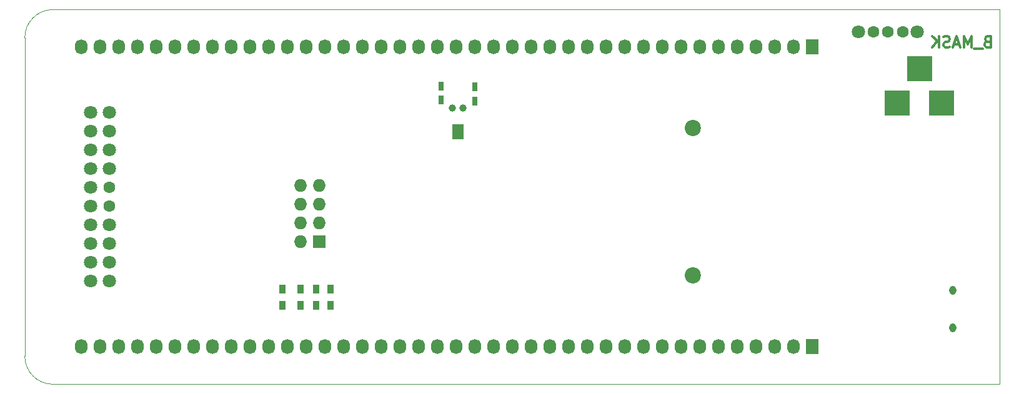
<source format=gbs>
G04 #@! TF.FileFunction,Soldermask,Bot*
%FSLAX46Y46*%
G04 Gerber Fmt 4.6, Leading zero omitted, Abs format (unit mm)*
G04 Created by KiCad (PCBNEW (2015-01-16 BZR 5376)-product) date 5/21/2015 9:02:49 PM*
%MOMM*%
G01*
G04 APERTURE LIST*
%ADD10C,0.150000*%
%ADD11C,0.300000*%
%ADD12C,0.100000*%
%ADD13C,1.000760*%
%ADD14R,1.600000X2.000000*%
%ADD15O,0.950000X1.250000*%
%ADD16C,2.200000*%
%ADD17R,0.750000X1.200000*%
%ADD18R,3.500120X3.500120*%
%ADD19R,1.727200X2.032000*%
%ADD20O,1.727200X2.032000*%
%ADD21C,1.800000*%
%ADD22C,1.600000*%
%ADD23R,1.727200X1.727200*%
%ADD24O,1.727200X1.727200*%
%ADD25R,0.900000X1.200000*%
G04 APERTURE END LIST*
D10*
D11*
X219328571Y-85617857D02*
X219114285Y-85689286D01*
X219042857Y-85760714D01*
X218971428Y-85903571D01*
X218971428Y-86117857D01*
X219042857Y-86260714D01*
X219114285Y-86332143D01*
X219257143Y-86403571D01*
X219828571Y-86403571D01*
X219828571Y-84903571D01*
X219328571Y-84903571D01*
X219185714Y-84975000D01*
X219114285Y-85046429D01*
X219042857Y-85189286D01*
X219042857Y-85332143D01*
X219114285Y-85475000D01*
X219185714Y-85546429D01*
X219328571Y-85617857D01*
X219828571Y-85617857D01*
X218685714Y-86546429D02*
X217542857Y-86546429D01*
X217185714Y-86403571D02*
X217185714Y-84903571D01*
X216685714Y-85975000D01*
X216185714Y-84903571D01*
X216185714Y-86403571D01*
X215542857Y-85975000D02*
X214828571Y-85975000D01*
X215685714Y-86403571D02*
X215185714Y-84903571D01*
X214685714Y-86403571D01*
X214257143Y-86332143D02*
X214042857Y-86403571D01*
X213685714Y-86403571D01*
X213542857Y-86332143D01*
X213471428Y-86260714D01*
X213400000Y-86117857D01*
X213400000Y-85975000D01*
X213471428Y-85832143D01*
X213542857Y-85760714D01*
X213685714Y-85689286D01*
X213971428Y-85617857D01*
X214114286Y-85546429D01*
X214185714Y-85475000D01*
X214257143Y-85332143D01*
X214257143Y-85189286D01*
X214185714Y-85046429D01*
X214114286Y-84975000D01*
X213971428Y-84903571D01*
X213614286Y-84903571D01*
X213400000Y-84975000D01*
X212757143Y-86403571D02*
X212757143Y-84903571D01*
X211900000Y-86403571D02*
X212542857Y-85546429D01*
X211900000Y-84903571D02*
X212757143Y-85760714D01*
D12*
X92710000Y-81280000D02*
X218440000Y-81280000D01*
X92710000Y-132080000D02*
X220980000Y-132080000D01*
X88900000Y-85090000D02*
X88900000Y-128270000D01*
X88900000Y-128270000D02*
G75*
G03X92710000Y-132080000I3810000J0D01*
G01*
X92710000Y-81280000D02*
G75*
G03X88900000Y-85090000I0J-3810000D01*
G01*
X220980000Y-81280000D02*
X220980000Y-83947000D01*
X218440000Y-81280000D02*
X220980000Y-81280000D01*
X220980000Y-129540000D02*
X220980000Y-132080000D01*
X220980000Y-129540000D02*
X220980000Y-83820000D01*
D13*
X146824700Y-94615000D03*
X148323300Y-94615000D03*
D14*
X147574000Y-97865000D03*
D15*
X214630000Y-124390000D03*
X214630000Y-119390000D03*
D16*
X179451000Y-97348040D03*
X179451000Y-117348000D03*
D17*
X149860000Y-93660000D03*
X149860000Y-91760000D03*
X145288000Y-93533000D03*
X145288000Y-91633000D03*
D18*
X207159860Y-93980000D03*
X213159340Y-93980000D03*
X210159600Y-89281000D03*
D19*
X195580000Y-86360000D03*
D20*
X193040000Y-86360000D03*
X190500000Y-86360000D03*
X187960000Y-86360000D03*
X185420000Y-86360000D03*
X182880000Y-86360000D03*
X180340000Y-86360000D03*
X177800000Y-86360000D03*
X175260000Y-86360000D03*
X172720000Y-86360000D03*
X170180000Y-86360000D03*
X167640000Y-86360000D03*
X165100000Y-86360000D03*
X162560000Y-86360000D03*
X160020000Y-86360000D03*
X157480000Y-86360000D03*
X154940000Y-86360000D03*
X152400000Y-86360000D03*
X149860000Y-86360000D03*
X147320000Y-86360000D03*
X144780000Y-86360000D03*
X142240000Y-86360000D03*
X139700000Y-86360000D03*
X137160000Y-86360000D03*
X134620000Y-86360000D03*
X132080000Y-86360000D03*
X129540000Y-86360000D03*
X127000000Y-86360000D03*
X124460000Y-86360000D03*
X121920000Y-86360000D03*
X119380000Y-86360000D03*
X116840000Y-86360000D03*
X114300000Y-86360000D03*
X111760000Y-86360000D03*
X109220000Y-86360000D03*
X106680000Y-86360000D03*
X104140000Y-86360000D03*
X101600000Y-86360000D03*
X99060000Y-86360000D03*
X96520000Y-86360000D03*
D21*
X100330000Y-118110000D03*
X97790000Y-118110000D03*
X100330000Y-115570000D03*
X97790000Y-115570000D03*
X100330000Y-113030000D03*
X97790000Y-113030000D03*
X100330000Y-110490000D03*
X97790000Y-110490000D03*
D22*
X100330000Y-107950000D03*
D21*
X97790000Y-107950000D03*
D22*
X100330000Y-105410000D03*
D21*
X97790000Y-105410000D03*
X100330000Y-102870000D03*
X97790000Y-102870000D03*
X100330000Y-100330000D03*
X97790000Y-100330000D03*
X100330000Y-97790000D03*
X97790000Y-97790000D03*
X100330000Y-95250000D03*
X97790000Y-95250000D03*
D19*
X195580000Y-127000000D03*
D20*
X193040000Y-127000000D03*
X190500000Y-127000000D03*
X187960000Y-127000000D03*
X185420000Y-127000000D03*
X182880000Y-127000000D03*
X180340000Y-127000000D03*
X177800000Y-127000000D03*
X175260000Y-127000000D03*
X172720000Y-127000000D03*
X170180000Y-127000000D03*
X167640000Y-127000000D03*
X165100000Y-127000000D03*
X162560000Y-127000000D03*
X160020000Y-127000000D03*
X157480000Y-127000000D03*
X154940000Y-127000000D03*
X152400000Y-127000000D03*
X149860000Y-127000000D03*
X147320000Y-127000000D03*
X144780000Y-127000000D03*
X142240000Y-127000000D03*
X139700000Y-127000000D03*
X137160000Y-127000000D03*
X134620000Y-127000000D03*
X132080000Y-127000000D03*
X129540000Y-127000000D03*
X127000000Y-127000000D03*
X124460000Y-127000000D03*
X121920000Y-127000000D03*
X119380000Y-127000000D03*
X116840000Y-127000000D03*
X114300000Y-127000000D03*
X111760000Y-127000000D03*
X109220000Y-127000000D03*
X106680000Y-127000000D03*
X104140000Y-127000000D03*
X101600000Y-127000000D03*
X99060000Y-127000000D03*
X96520000Y-127000000D03*
D23*
X128778000Y-112776000D03*
D24*
X126238000Y-112776000D03*
X128778000Y-110236000D03*
X126238000Y-110236000D03*
X128778000Y-107696000D03*
X126238000Y-107696000D03*
X128778000Y-105156000D03*
X126238000Y-105156000D03*
D25*
X130302000Y-121369000D03*
X130302000Y-119169000D03*
X128397000Y-121369000D03*
X128397000Y-119169000D03*
X126238000Y-121369000D03*
X126238000Y-119169000D03*
X123825000Y-121369000D03*
X123825000Y-119169000D03*
D22*
X207867000Y-84328000D03*
X205867000Y-84328000D03*
X203867000Y-84328000D03*
D21*
X201867000Y-84328000D03*
X209867000Y-84328000D03*
M02*

</source>
